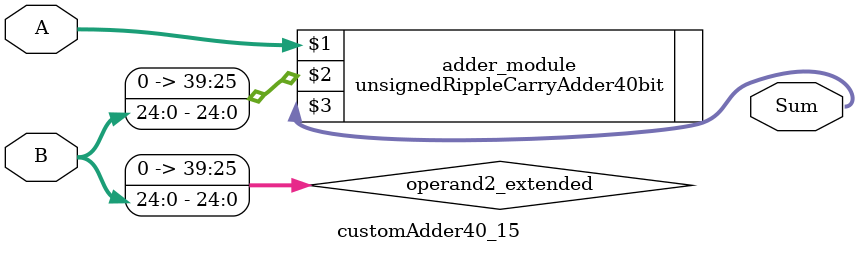
<source format=v>
module customAdder40_15(
                        input [39 : 0] A,
                        input [24 : 0] B,
                        
                        output [40 : 0] Sum
                );

        wire [39 : 0] operand2_extended;
        
        assign operand2_extended =  {15'b0, B};
        
        unsignedRippleCarryAdder40bit adder_module(
            A,
            operand2_extended,
            Sum
        );
        
        endmodule
        
</source>
